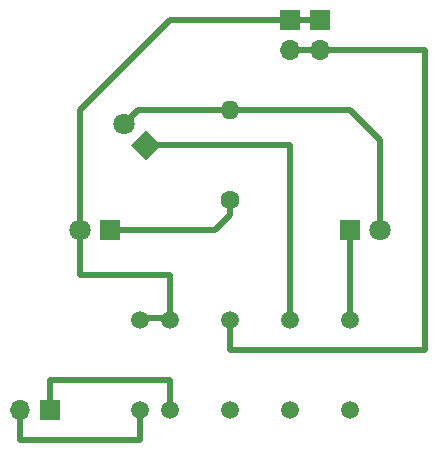
<source format=gbl>
G04 #@! TF.GenerationSoftware,KiCad,Pcbnew,5.1.10*
G04 #@! TF.CreationDate,2021-05-03T23:43:23+02:00*
G04 #@! TF.ProjectId,Weichensimulator-rechts,57656963-6865-46e7-9369-6d756c61746f,rev?*
G04 #@! TF.SameCoordinates,Original*
G04 #@! TF.FileFunction,Copper,L2,Bot*
G04 #@! TF.FilePolarity,Positive*
%FSLAX46Y46*%
G04 Gerber Fmt 4.6, Leading zero omitted, Abs format (unit mm)*
G04 Created by KiCad (PCBNEW 5.1.10) date 2021-05-03 23:43:23*
%MOMM*%
%LPD*%
G01*
G04 APERTURE LIST*
G04 #@! TA.AperFunction,ComponentPad*
%ADD10C,1.500000*%
G04 #@! TD*
G04 #@! TA.AperFunction,ComponentPad*
%ADD11C,1.800000*%
G04 #@! TD*
G04 #@! TA.AperFunction,ComponentPad*
%ADD12R,1.800000X1.800000*%
G04 #@! TD*
G04 #@! TA.AperFunction,ComponentPad*
%ADD13C,0.100000*%
G04 #@! TD*
G04 #@! TA.AperFunction,ComponentPad*
%ADD14O,1.600000X1.600000*%
G04 #@! TD*
G04 #@! TA.AperFunction,ComponentPad*
%ADD15C,1.600000*%
G04 #@! TD*
G04 #@! TA.AperFunction,ComponentPad*
%ADD16O,1.700000X1.700000*%
G04 #@! TD*
G04 #@! TA.AperFunction,ComponentPad*
%ADD17R,1.700000X1.700000*%
G04 #@! TD*
G04 #@! TA.AperFunction,Conductor*
%ADD18C,0.500000*%
G04 #@! TD*
G04 APERTURE END LIST*
D10*
X128270000Y-123190000D03*
X130810000Y-123190000D03*
X135890000Y-123190000D03*
X140970000Y-123190000D03*
X146050000Y-123190000D03*
X146050000Y-115570000D03*
X140970000Y-115570000D03*
X135890000Y-115570000D03*
X130810000Y-115570000D03*
X128270000Y-115570000D03*
D11*
X123190000Y-107950000D03*
D12*
X125730000Y-107950000D03*
X146050000Y-107950000D03*
D11*
X148590000Y-107950000D03*
X126913949Y-98973949D03*
G04 #@! TA.AperFunction,ComponentPad*
D13*
G36*
X129982792Y-100770000D02*
G01*
X128710000Y-102042792D01*
X127437208Y-100770000D01*
X128710000Y-99497208D01*
X129982792Y-100770000D01*
G37*
G04 #@! TD.AperFunction*
D14*
X135890000Y-97790000D03*
D15*
X135890000Y-105410000D03*
D16*
X118110000Y-123190000D03*
D17*
X120650000Y-123190000D03*
X140970000Y-90170000D03*
D16*
X140970000Y-92710000D03*
X143510000Y-92710000D03*
D17*
X143510000Y-90170000D03*
D18*
X135890000Y-106680000D02*
X135890000Y-105410000D01*
X134620000Y-107950000D02*
X135890000Y-106680000D01*
X125730000Y-107950000D02*
X134620000Y-107950000D01*
X146050000Y-107950000D02*
X146050000Y-115370001D01*
X140970000Y-113470000D02*
X140970000Y-115570000D01*
X140970000Y-100770000D02*
X140970000Y-113470000D01*
X128710000Y-100770000D02*
X140970000Y-100770000D01*
X118110000Y-123190000D02*
X118110000Y-125730000D01*
X118110000Y-125730000D02*
X128270000Y-125730000D01*
X128270000Y-125730000D02*
X128270000Y-122990001D01*
X120650000Y-123190000D02*
X120650000Y-120650000D01*
X120650000Y-120650000D02*
X130810000Y-120650000D01*
X130810000Y-120650000D02*
X130810000Y-122990001D01*
X123190000Y-107950000D02*
X123190000Y-111760000D01*
X140970000Y-90170000D02*
X138430000Y-90170000D01*
X140970000Y-90170000D02*
X143510000Y-90170000D01*
X128270000Y-115370001D02*
X130810000Y-115370001D01*
X130810000Y-115370001D02*
X130810000Y-111760000D01*
X123190000Y-111760000D02*
X130810000Y-111760000D01*
X134620000Y-90170000D02*
X140970000Y-90170000D01*
X123190000Y-107950000D02*
X123190000Y-97790000D01*
X123190000Y-97790000D02*
X130810000Y-90170000D01*
X130810000Y-90170000D02*
X135890000Y-90170000D01*
X152400000Y-92710000D02*
X143510000Y-92710000D01*
X140970000Y-92710000D02*
X143510000Y-92710000D01*
X152400000Y-118110000D02*
X152400000Y-92710000D01*
X135890000Y-118110000D02*
X152400000Y-118110000D01*
X135890000Y-115570000D02*
X135890000Y-118110000D01*
X148590000Y-107950000D02*
X148590000Y-100330000D01*
X126913949Y-98973949D02*
X128097898Y-97790000D01*
X128097898Y-97790000D02*
X135890000Y-97790000D01*
X135890000Y-97790000D02*
X146050000Y-97790000D01*
X146050000Y-97790000D02*
X148590000Y-100330000D01*
M02*

</source>
